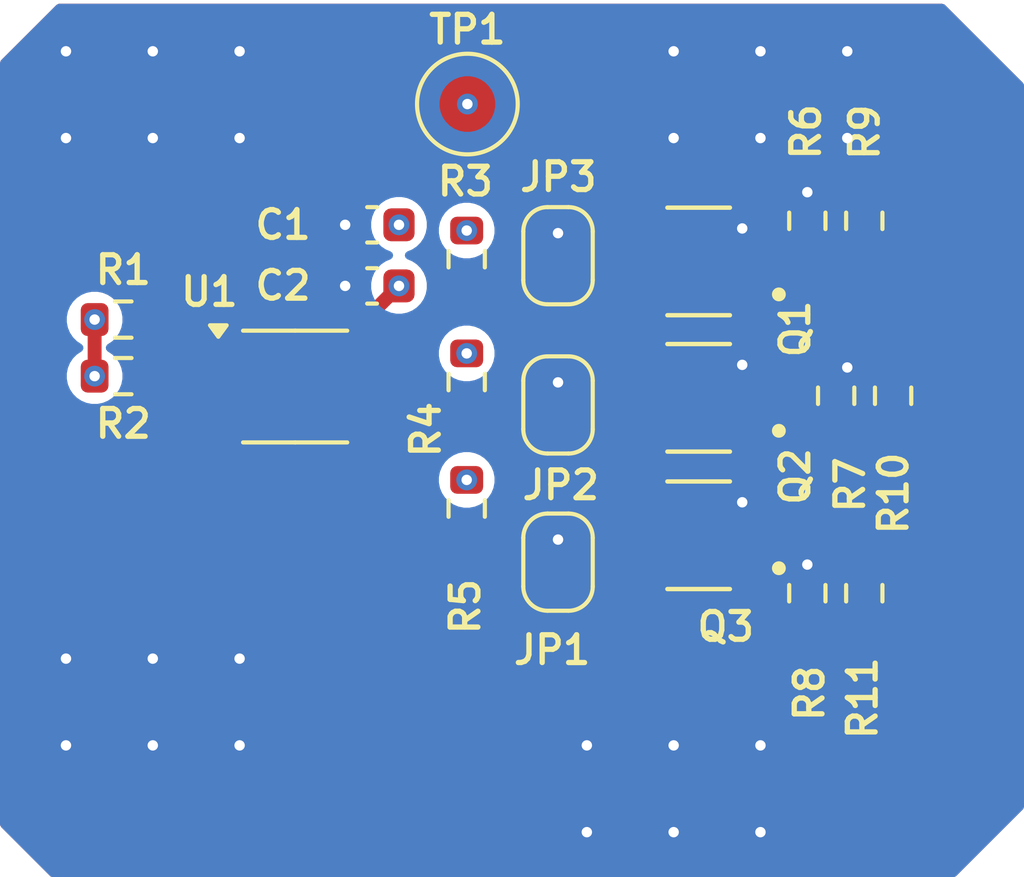
<source format=kicad_pcb>
(kicad_pcb (version 20241229) (generator "pcbnew") (generator_version "9.0")
  (layers (0 "F.Cu" signal) (4 "In1.Cu" signal) (6 "In2.Cu" signal) (2 "B.Cu" signal) (13 "F.Paste" user) (15 "B.Paste" user) (5 "F.SilkS" user "F.Silkscreen") (7 "B.SilkS" user "B.Silkscreen") (1 "F.Mask" user) (3 "B.Mask" user) (25 "Edge.Cuts" user))
  (net 0 "")
  (net 1 "/block_mcp9808/GND")
  (net 2 "/block_mcp9808/VCC")
  (net 3 "/block_mcp9808/A2")
  (net 4 "/block_mcp9808/A1")
  (net 5 "/block_mcp9808/A0")
  (net 6 "Net-(Q1-Pad1)")
  (net 7 "Net-(Q2-Pad1)")
  (net 8 "Net-(Q3-Pad1)")
  (net 9 "Net-(U1-SDA)")
  (net 10 "Net-(U1-SCL)")
  (net 11 "/block_mcp9808/A0_P")
  (net 12 "/block_mcp9808/A1_P")
  (net 13 "/block_mcp9808/A2_P")
  (net 14 "/block_mcp9808/Alert")
  (footprint "Jumper:SolderJumper-2_P1.3mm_Open_RoundedPad1.0x1.5mm" (layer "F.Cu") (at 134.17 82.69 -90)
    (property "Reference" "JP2" (at 2.31 -0.08 180) (layer "F.SilkS") (effects (font (size 0.8 0.8) (thickness 0.153) (bold yes))))
    (property "Value" "Jumper_2_Open")
    (fp_line (start 0.7 1) (end -0.7 1) (stroke (width 0.12)) (layer "F.SilkS"))
    (fp_line (start -1.4 0.3) (end -1.4 -0.3) (stroke (width 0.12)) (layer "F.SilkS"))
    (fp_line (start 1.4 -0.3) (end 1.4 0.3) (stroke (width 0.12)) (layer "F.SilkS"))
    (fp_line (start -0.7 -1) (end 0.7 -1) (stroke (width 0.12)) (layer "F.SilkS"))
    (fp_arc (start -0.7 1) (mid -1.194975 0.794975) (end -1.4 0.3) (stroke (width 0.12)) (layer "F.SilkS"))
    (fp_arc (start 1.4 0.3) (mid 1.194975 0.794975) (end 0.7 1) (stroke (width 0.12)) (layer "F.SilkS"))
    (fp_arc (start -1.4 -0.3) (mid -1.194975 -0.794975) (end -0.7 -1) (stroke (width 0.12)) (layer "F.SilkS"))
    (fp_arc (start 0.7 -1) (mid 1.194975 -0.794975) (end 1.4 -0.3) (stroke (width 0.12)) (layer "F.SilkS"))
    (pad "1" smd custom (at -0.65 0 270) (size 1 0.5) (layers "F.Cu" "F.Mask") (net 1 "/block_mcp9808/GND") (options (clearance outline) (anchor rect)) (primitives (gr_circle (center 0 0.25) (end 0.5 0.25) (width 0) (fill yes)) (gr_circle (center 0 -0.25) (end 0.5 -0.25) (width 0) (fill yes)) (gr_poly (pts (xy 0.5 0.75) (xy 0 0.75) (xy 0 -0.75) (xy 0.5 -0.75)) (width 0) (fill yes))))
    (pad "2" smd custom (at 0.65 0 270) (size 1 0.5) (layers "F.Cu" "F.Mask") (net 4 "/block_mcp9808/A1") (options (clearance outline) (anchor rect)) (primitives (gr_circle (center 0 0.25) (end 0.5 0.25) (width 0) (fill yes)) (gr_circle (center 0 -0.25) (end 0.5 -0.25) (width 0) (fill yes)) (gr_poly (pts (xy 0 0.75) (xy -0.5 0.75) (xy -0.5 -0.75) (xy 0 -0.75)) (width 0) (fill yes))))
  )
  (footprint "Resistor_SMD:R_0603_1608Metric" (layer "F.Cu") (at 121.65 80.23)
    (property "Reference" "R1" (at 0 -1.43 0) (layer "F.SilkS") (effects (font (size 0.8 0.8) (thickness 0.153) (bold yes))))
    (property "Value" "10k")
    (fp_line (start -0.237258 -0.5225) (end 0.237258 -0.5225) (stroke (width 0.12)) (layer "F.SilkS"))
    (fp_line (start -0.237258 0.5225) (end 0.237258 0.5225) (stroke (width 0.12)) (layer "F.SilkS"))
    (pad "1" smd roundrect (at -0.825 0) (size 0.8 0.95) (layers "F.Cu" "F.Mask" "F.Paste") (net 2 "/block_mcp9808/VCC"))
    (pad "2" smd roundrect (at 0.825 0) (size 0.8 0.95) (layers "F.Cu" "F.Mask" "F.Paste") (net 9 "Net-(U1-SDA)"))
  )
  (footprint "Capacitor_SMD:C_0603_1608Metric" (layer "F.Cu") (at 128.815 79.26 180)
    (property "Reference" "C2" (at 2.565 0.01 0) (layer "F.SilkS") (effects (font (size 0.8 0.8) (thickness 0.153) (bold yes))))
    (property "Value" "0.1uF")
    (fp_line (start -0.14058 0.51) (end 0.14058 0.51) (stroke (width 0.12)) (layer "F.SilkS"))
    (fp_line (start -0.14058 -0.51) (end 0.14058 -0.51) (stroke (width 0.12)) (layer "F.SilkS"))
    (pad "1" smd roundrect (at -0.775 0 180) (size 0.9 0.95) (layers "F.Cu" "F.Mask" "F.Paste") (net 2 "/block_mcp9808/VCC"))
    (pad "2" smd roundrect (at 0.775 0 180) (size 0.9 0.95) (layers "F.Cu" "F.Mask" "F.Paste") (net 1 "/block_mcp9808/GND"))
  )
  (footprint "AO3400A:SOT95P280X125-3N" (layer "F.Cu") (at 138.22 82.485 180)
    (property "Reference" "Q2" (at -2.78 -2.265 270) (layer "F.SilkS") (effects (font (size 0.8 0.8) (thickness 0.153) (bold yes))))
    (property "Value" "AO3400A")
    (fp_line (start 0.9 -1.55) (end -0.9 -1.55) (stroke (width 0.127)) (layer "F.SilkS"))
    (fp_line (start -0.9 1.55) (end 0.9 1.55) (stroke (width 0.127)) (layer "F.SilkS"))
    (fp_circle (center -2.31 -0.95) (end -2.21 -0.95) (stroke (width 0.2)) (fill no) (layer "F.SilkS"))
    (pad "1" smd roundrect (at -1.255 -0.95 180) (size 1.21 0.59) (layers "F.Cu" "F.Mask" "F.Paste") (net 7 "Net-(Q2-Pad1)"))
    (pad "2" smd roundrect (at -1.255 0.95 180) (size 1.21 0.59) (layers "F.Cu" "F.Mask" "F.Paste") (net 1 "/block_mcp9808/GND"))
    (pad "3" smd roundrect (at 1.255 0 180) (size 1.21 0.59) (layers "F.Cu" "F.Mask" "F.Paste") (net 4 "/block_mcp9808/A1"))
  )
  (footprint "Jumper:SolderJumper-2_P1.3mm_Open_RoundedPad1.0x1.5mm" (layer "F.Cu") (at 134.17 78.39 -90)
    (property "Reference" "JP3" (at -2.27 -0.01 180) (layer "F.SilkS") (effects (font (size 0.8 0.8) (thickness 0.153) (bold yes))))
    (property "Value" "Jumper_2_Open")
    (fp_line (start 0.7 1) (end -0.7 1) (stroke (width 0.12)) (layer "F.SilkS"))
    (fp_line (start -1.4 0.3) (end -1.4 -0.3) (stroke (width 0.12)) (layer "F.SilkS"))
    (fp_line (start 1.4 -0.3) (end 1.4 0.3) (stroke (width 0.12)) (layer "F.SilkS"))
    (fp_line (start -0.7 -1) (end 0.7 -1) (stroke (width 0.12)) (layer "F.SilkS"))
    (fp_arc (start -0.7 1) (mid -1.194975 0.794975) (end -1.4 0.3) (stroke (width 0.12)) (layer "F.SilkS"))
    (fp_arc (start 1.4 0.3) (mid 1.194975 0.794975) (end 0.7 1) (stroke (width 0.12)) (layer "F.SilkS"))
    (fp_arc (start -1.4 -0.3) (mid -1.194975 -0.794975) (end -0.7 -1) (stroke (width 0.12)) (layer "F.SilkS"))
    (fp_arc (start 0.7 -1) (mid 1.194975 -0.794975) (end 1.4 -0.3) (stroke (width 0.12)) (layer "F.SilkS"))
    (pad "1" smd custom (at -0.65 0 270) (size 1 0.5) (layers "F.Cu" "F.Mask") (net 1 "/block_mcp9808/GND") (options (clearance outline) (anchor rect)) (primitives (gr_circle (center 0 0.25) (end 0.5 0.25) (width 0) (fill yes)) (gr_circle (center 0 -0.25) (end 0.5 -0.25) (width 0) (fill yes)) (gr_poly (pts (xy 0.5 0.75) (xy 0 0.75) (xy 0 -0.75) (xy 0.5 -0.75)) (width 0) (fill yes))))
    (pad "2" smd custom (at 0.65 0 270) (size 1 0.5) (layers "F.Cu" "F.Mask") (net 5 "/block_mcp9808/A0") (options (clearance outline) (anchor rect)) (primitives (gr_circle (center 0 0.25) (end 0.5 0.25) (width 0) (fill yes)) (gr_circle (center 0 -0.25) (end 0.5 -0.25) (width 0) (fill yes)) (gr_poly (pts (xy 0 0.75) (xy -0.5 0.75) (xy -0.5 -0.75) (xy 0 -0.75)) (width 0) (fill yes))))
  )
  (footprint "Resistor_SMD:R_0603_1608Metric" (layer "F.Cu") (at 143.82 82.425 -90)
    (property "Reference" "R10" (at 2.815 -0.01 90) (layer "F.SilkS") (effects (font (size 0.8 0.8) (thickness 0.153) (bold yes))))
    (property "Value" "100")
    (fp_line (start -0.237258 0.5225) (end 0.237258 0.5225) (stroke (width 0.12)) (layer "F.SilkS"))
    (fp_line (start -0.237258 -0.5225) (end 0.237258 -0.5225) (stroke (width 0.12)) (layer "F.SilkS"))
    (pad "1" smd roundrect (at -0.825 0 270) (size 0.8 0.95) (layers "F.Cu" "F.Mask" "F.Paste") (net 12 "/block_mcp9808/A1_P"))
    (pad "2" smd roundrect (at 0.825 0 270) (size 0.8 0.95) (layers "F.Cu" "F.Mask" "F.Paste") (net 7 "Net-(Q2-Pad1)"))
  )
  (footprint "Resistor_SMD:R_0603_1608Metric" (layer "F.Cu") (at 142.99 77.385 -90)
    (property "Reference" "R9" (at -2.555 -0.01 90) (layer "F.SilkS") (effects (font (size 0.8 0.8) (thickness 0.153) (bold yes))))
    (property "Value" "100")
    (fp_line (start -0.237258 0.5225) (end 0.237258 0.5225) (stroke (width 0.12)) (layer "F.SilkS"))
    (fp_line (start -0.237258 -0.5225) (end 0.237258 -0.5225) (stroke (width 0.12)) (layer "F.SilkS"))
    (pad "1" smd roundrect (at -0.825 0 270) (size 0.8 0.95) (layers "F.Cu" "F.Mask" "F.Paste") (net 11 "/block_mcp9808/A0_P"))
    (pad "2" smd roundrect (at 0.825 0 270) (size 0.8 0.95) (layers "F.Cu" "F.Mask" "F.Paste") (net 6 "Net-(Q1-Pad1)"))
  )
  (footprint "Package_SO:MSOP-8_3x3mm_P0.65mm" (layer "F.Cu") (at 126.6 82.16)
    (property "Reference" "U1" (at -2.47 -2.73 0) (layer "F.SilkS") (effects (font (size 0.8 0.8) (thickness 0.153) (bold yes))))
    (property "Value" "MCP9808_MSOP")
    (fp_line (start 0 -1.61) (end -1.5 -1.61) (stroke (width 0.12)) (layer "F.SilkS"))
    (fp_line (start 0 -1.61) (end 1.5 -1.61) (stroke (width 0.12)) (layer "F.SilkS"))
    (fp_line (start 0 1.61) (end -1.5 1.61) (stroke (width 0.12)) (layer "F.SilkS"))
    (fp_line (start 0 1.61) (end 1.5 1.61) (stroke (width 0.12)) (layer "F.SilkS"))
    (fp_poly (pts (xy -2.2125 -1.435) (xy -2.4525 -1.765) (xy -1.9725 -1.765)) (stroke (width 0.12)) (fill yes) (layer "F.SilkS"))
    (pad "1" smd roundrect (at -2.1125 -0.975) (size 1.625 0.4) (layers "F.Cu" "F.Mask" "F.Paste") (net 9 "Net-(U1-SDA)"))
    (pad "2" smd roundrect (at -2.1125 -0.325) (size 1.625 0.4) (layers "F.Cu" "F.Mask" "F.Paste") (net 10 "Net-(U1-SCL)"))
    (pad "3" smd roundrect (at -2.1125 0.325) (size 1.625 0.4) (layers "F.Cu" "F.Mask" "F.Paste") (net 14 "/block_mcp9808/Alert"))
    (pad "4" smd roundrect (at -2.1125 0.975) (size 1.625 0.4) (layers "F.Cu" "F.Mask" "F.Paste") (net 1 "/block_mcp9808/GND"))
    (pad "5" smd roundrect (at 2.1125 0.975) (size 1.625 0.4) (layers "F.Cu" "F.Mask" "F.Paste") (net 3 "/block_mcp9808/A2"))
    (pad "6" smd roundrect (at 2.1125 0.325) (size 1.625 0.4) (layers "F.Cu" "F.Mask" "F.Paste") (net 4 "/block_mcp9808/A1"))
    (pad "7" smd roundrect (at 2.1125 -0.325) (size 1.625 0.4) (layers "F.Cu" "F.Mask" "F.Paste") (net 5 "/block_mcp9808/A0"))
    (pad "8" smd roundrect (at 2.1125 -0.975) (size 1.625 0.4) (layers "F.Cu" "F.Mask" "F.Paste") (net 2 "/block_mcp9808/VCC"))
  )
  (footprint "AO3400A:SOT95P280X125-3N" (layer "F.Cu") (at 138.22 78.555 180)
    (property "Reference" "Q1" (at -2.78 -1.945 90) (layer "F.SilkS") (effects (font (size 0.8 0.8) (thickness 0.153) (bold yes))))
    (property "Value" "AO3400A")
    (fp_line (start 0.9 -1.55) (end -0.9 -1.55) (stroke (width 0.127)) (layer "F.SilkS"))
    (fp_line (start -0.9 1.55) (end 0.9 1.55) (stroke (width 0.127)) (layer "F.SilkS"))
    (fp_circle (center -2.31 -0.95) (end -2.21 -0.95) (stroke (width 0.2)) (fill no) (layer "F.SilkS"))
    (pad "1" smd roundrect (at -1.255 -0.95 180) (size 1.21 0.59) (layers "F.Cu" "F.Mask" "F.Paste") (net 6 "Net-(Q1-Pad1)"))
    (pad "2" smd roundrect (at -1.255 0.95 180) (size 1.21 0.59) (layers "F.Cu" "F.Mask" "F.Paste") (net 1 "/block_mcp9808/GND"))
    (pad "3" smd roundrect (at 1.255 0 180) (size 1.21 0.59) (layers "F.Cu" "F.Mask" "F.Paste") (net 5 "/block_mcp9808/A0"))
  )
  (footprint "Resistor_SMD:R_0603_1608Metric" (layer "F.Cu") (at 131.54 85.675 -90)
    (property "Reference" "R5" (at 2.825 0.04 90) (layer "F.SilkS") (effects (font (size 0.8 0.8) (thickness 0.153) (bold yes))))
    (property "Value" "10k")
    (fp_line (start -0.237258 0.5225) (end 0.237258 0.5225) (stroke (width 0.12)) (layer "F.SilkS"))
    (fp_line (start -0.237258 -0.5225) (end 0.237258 -0.5225) (stroke (width 0.12)) (layer "F.SilkS"))
    (pad "1" smd roundrect (at -0.825 0 270) (size 0.8 0.95) (layers "F.Cu" "F.Mask" "F.Paste") (net 2 "/block_mcp9808/VCC"))
    (pad "2" smd roundrect (at 0.825 0 270) (size 0.8 0.95) (layers "F.Cu" "F.Mask" "F.Paste") (net 3 "/block_mcp9808/A2"))
  )
  (footprint "Resistor_SMD:R_0603_1608Metric" (layer "F.Cu") (at 121.65 81.86)
    (property "Reference" "R2" (at 0 1.37 0) (layer "F.SilkS") (effects (font (size 0.8 0.8) (thickness 0.153) (bold yes))))
    (property "Value" "10k")
    (fp_line (start -0.237258 -0.5225) (end 0.237258 -0.5225) (stroke (width 0.12)) (layer "F.SilkS"))
    (fp_line (start -0.237258 0.5225) (end 0.237258 0.5225) (stroke (width 0.12)) (layer "F.SilkS"))
    (pad "1" smd roundrect (at -0.825 0) (size 0.8 0.95) (layers "F.Cu" "F.Mask" "F.Paste") (net 2 "/block_mcp9808/VCC"))
    (pad "2" smd roundrect (at 0.825 0) (size 0.8 0.95) (layers "F.Cu" "F.Mask" "F.Paste") (net 10 "Net-(U1-SCL)"))
  )
  (footprint "Resistor_SMD:R_0603_1608Metric" (layer "F.Cu") (at 131.54 82.03 -90)
    (property "Reference" "R4" (at 1.37 1.18 270) (layer "F.SilkS") (effects (font (size 0.8 0.8) (thickness 0.153) (bold yes))))
    (property "Value" "10k")
    (fp_line (start -0.237258 0.5225) (end 0.237258 0.5225) (stroke (width 0.12)) (layer "F.SilkS"))
    (fp_line (start -0.237258 -0.5225) (end 0.237258 -0.5225) (stroke (width 0.12)) (layer "F.SilkS"))
    (pad "1" smd roundrect (at -0.825 0 270) (size 0.8 0.95) (layers "F.Cu" "F.Mask" "F.Paste") (net 2 "/block_mcp9808/VCC"))
    (pad "2" smd roundrect (at 0.825 0 270) (size 0.8 0.95) (layers "F.Cu" "F.Mask" "F.Paste") (net 4 "/block_mcp9808/A1"))
  )
  (footprint "AO3400A:SOT95P280X125-3N" (layer "F.Cu") (at 138.22 86.445 180)
    (property "Reference" "Q3" (at -0.78 -2.635 0) (layer "F.SilkS") (effects (font (size 0.8 0.8) (thickness 0.153) (bold yes))))
    (property "Value" "AO3400A")
    (fp_line (start 0.9 -1.55) (end -0.9 -1.55) (stroke (width 0.127)) (layer "F.SilkS"))
    (fp_line (start -0.9 1.55) (end 0.9 1.55) (stroke (width 0.127)) (layer "F.SilkS"))
    (fp_circle (center -2.31 -0.95) (end -2.21 -0.95) (stroke (width 0.2)) (fill no) (layer "F.SilkS"))
    (pad "1" smd roundrect (at -1.255 -0.95 180) (size 1.21 0.59) (layers "F.Cu" "F.Mask" "F.Paste") (net 8 "Net-(Q3-Pad1)"))
    (pad "2" smd roundrect (at -1.255 0.95 180) (size 1.21 0.59) (layers "F.Cu" "F.Mask" "F.Paste") (net 1 "/block_mcp9808/GND"))
    (pad "3" smd roundrect (at 1.255 0 180) (size 1.21 0.59) (layers "F.Cu" "F.Mask" "F.Paste") (net 3 "/block_mcp9808/A2"))
  )
  (footprint "Resistor_SMD:R_0603_1608Metric" (layer "F.Cu") (at 141.35 77.385 90)
    (property "Reference" "R6" (at 2.565 -0.04 90) (layer "F.SilkS") (effects (font (size 0.8 0.8) (thickness 0.153) (bold yes))))
    (property "Value" "10k")
    (fp_line (start -0.237258 -0.5225) (end 0.237258 -0.5225) (stroke (width 0.12)) (layer "F.SilkS"))
    (fp_line (start -0.237258 0.5225) (end 0.237258 0.5225) (stroke (width 0.12)) (layer "F.SilkS"))
    (pad "1" smd roundrect (at -0.825 0 90) (size 0.8 0.95) (layers "F.Cu" "F.Mask" "F.Paste") (net 6 "Net-(Q1-Pad1)"))
    (pad "2" smd roundrect (at 0.825 0 90) (size 0.8 0.95) (layers "F.Cu" "F.Mask" "F.Paste") (net 1 "/block_mcp9808/GND"))
  )
  (footprint "Jumper:SolderJumper-2_P1.3mm_Open_RoundedPad1.0x1.5mm" (layer "F.Cu") (at 134.17 87.22 -90)
    (property "Reference" "JP1" (at 2.53 0.17 180) (layer "F.SilkS") (effects (font (size 0.8 0.8) (thickness 0.153) (bold yes))))
    (property "Value" "Jumper_2_Open")
    (fp_line (start 0.7 1) (end -0.7 1) (stroke (width 0.12)) (layer "F.SilkS"))
    (fp_line (start -1.4 0.3) (end -1.4 -0.3) (stroke (width 0.12)) (layer "F.SilkS"))
    (fp_line (start 1.4 -0.3) (end 1.4 0.3) (stroke (width 0.12)) (layer "F.SilkS"))
    (fp_line (start -0.7 -1) (end 0.7 -1) (stroke (width 0.12)) (layer "F.SilkS"))
    (fp_arc (start -0.7 1) (mid -1.194975 0.794975) (end -1.4 0.3) (stroke (width 0.12)) (layer "F.SilkS"))
    (fp_arc (start 1.4 0.3) (mid 1.194975 0.794975) (end 0.7 1) (stroke (width 0.12)) (layer "F.SilkS"))
    (fp_arc (start -1.4 -0.3) (mid -1.194975 -0.794975) (end -0.7 -1) (stroke (width 0.12)) (layer "F.SilkS"))
    (fp_arc (start 0.7 -1) (mid 1.194975 -0.794975) (end 1.4 -0.3) (stroke (width 0.12)) (layer "F.SilkS"))
    (pad "1" smd custom (at -0.65 0 270) (size 1 0.5) (layers "F.Cu" "F.Mask") (net 1 "/block_mcp9808/GND") (options (clearance outline) (anchor rect)) (primitives (gr_circle (center 0 0.25) (end 0.5 0.25) (width 0) (fill yes)) (gr_circle (center 0 -0.25) (end 0.5 -0.25) (width 0) (fill yes)) (gr_poly (pts (xy 0.5 0.75) (xy 0 0.75) (xy 0 -0.75) (xy 0.5 -0.75)) (width 0) (fill yes))))
    (pad "2" smd custom (at 0.65 0 270) (size 1 0.5) (layers "F.Cu" "F.Mask") (net 3 "/block_mcp9808/A2") (options (clearance outline) (anchor rect)) (primitives (gr_circle (center 0 0.25) (end 0.5 0.25) (width 0) (fill yes)) (gr_circle (center 0 -0.25) (end 0.5 -0.25) (width 0) (fill yes)) (gr_poly (pts (xy 0 0.75) (xy -0.5 0.75) (xy -0.5 -0.75) (xy 0 -0.75)) (width 0) (fill yes))))
  )
  (footprint "Capacitor_SMD:C_0603_1608Metric" (layer "F.Cu") (at 128.815 77.5 180)
    (property "Reference" "C1" (at 2.565 0 0) (layer "F.SilkS") (effects (font (size 0.8 0.8) (thickness 0.153) (bold yes))))
    (property "Value" "10uF")
    (fp_line (start -0.14058 0.51) (end 0.14058 0.51) (stroke (width 0.12)) (layer "F.SilkS"))
    (fp_line (start -0.14058 -0.51) (end 0.14058 -0.51) (stroke (width 0.12)) (layer "F.SilkS"))
    (pad "1" smd roundrect (at -0.775 0 180) (size 0.9 0.95) (layers "F.Cu" "F.Mask" "F.Paste") (net 2 "/block_mcp9808/VCC"))
    (pad "2" smd roundrect (at 0.775 0 180) (size 0.9 0.95) (layers "F.Cu" "F.Mask" "F.Paste") (net 1 "/block_mcp9808/GND"))
  )
  (footprint "TestPoint:TestPoint_Pad_D2.5mm" (layer "F.Cu") (at 131.56 74.02)
    (property "Reference" "TP1" (at 0 -2.148 0) (layer "F.SilkS") (effects (font (size 0.8 0.8) (thickness 0.153) (bold yes))))
    (property "Value" "TestPoint")
    (fp_circle (center 0 0) (end 0 1.45) (stroke (width 0.12)) (fill no) (layer "F.SilkS"))
    (pad "1" smd circle (at 0 0) (size 2.5 2.5) (layers "F.Cu" "F.Mask") (net 2 "/block_mcp9808/VCC"))
  )
  (footprint "Resistor_SMD:R_0603_1608Metric" (layer "F.Cu") (at 131.54 78.49 -90)
    (property "Reference" "R3" (at -2.24 0.04 180) (layer "F.SilkS") (effects (font (size 0.8 0.8) (thickness 0.153) (bold yes))))
    (property "Value" "10k")
    (fp_line (start -0.237258 0.5225) (end 0.237258 0.5225) (stroke (width 0.12)) (layer "F.SilkS"))
    (fp_line (start -0.237258 -0.5225) (end 0.237258 -0.5225) (stroke (width 0.12)) (layer "F.SilkS"))
    (pad "1" smd roundrect (at -0.825 0 270) (size 0.8 0.95) (layers "F.Cu" "F.Mask" "F.Paste") (net 2 "/block_mcp9808/VCC"))
    (pad "2" smd roundrect (at 0.825 0 270) (size 0.8 0.95) (layers "F.Cu" "F.Mask" "F.Paste") (net 5 "/block_mcp9808/A0"))
  )
  (footprint "Resistor_SMD:R_0603_1608Metric" (layer "F.Cu") (at 141.35 88.115 90)
    (property "Reference" "R8" (at -2.885 0.06 90) (layer "F.SilkS") (effects (font (size 0.8 0.8) (thickness 0.153) (bold yes))))
    (property "Value" "10k")
    (fp_line (start -0.237258 -0.5225) (end 0.237258 -0.5225) (stroke (width 0.12)) (layer "F.SilkS"))
    (fp_line (start -0.237258 0.5225) (end 0.237258 0.5225) (stroke (width 0.12)) (layer "F.SilkS"))
    (pad "1" smd roundrect (at -0.825 0 90) (size 0.8 0.95) (layers "F.Cu" "F.Mask" "F.Paste") (net 8 "Net-(Q3-Pad1)"))
    (pad "2" smd roundrect (at 0.825 0 90) (size 0.8 0.95) (layers "F.Cu" "F.Mask" "F.Paste") (net 1 "/block_mcp9808/GND"))
  )
  (footprint "Resistor_SMD:R_0603_1608Metric" (layer "F.Cu") (at 142.99 88.115 -90)
    (property "Reference" "R11" (at 3.025 0.05 90) (layer "F.SilkS") (effects (font (size 0.8 0.8) (thickness 0.153) (bold yes))))
    (property "Value" "100")
    (fp_line (start -0.237258 0.5225) (end 0.237258 0.5225) (stroke (width 0.12)) (layer "F.SilkS"))
    (fp_line (start -0.237258 -0.5225) (end 0.237258 -0.5225) (stroke (width 0.12)) (layer "F.SilkS"))
    (pad "1" smd roundrect (at -0.825 0 270) (size 0.8 0.95) (layers "F.Cu" "F.Mask" "F.Paste") (net 13 "/block_mcp9808/A2_P"))
    (pad "2" smd roundrect (at 0.825 0 270) (size 0.8 0.95) (layers "F.Cu" "F.Mask" "F.Paste") (net 8 "Net-(Q3-Pad1)"))
  )
  (footprint "Resistor_SMD:R_0603_1608Metric" (layer "F.Cu") (at 142.18 82.425 90)
    (property "Reference" "R7" (at -2.565 0.4 90) (layer "F.SilkS") (effects (font (size 0.8 0.8) (thickness 0.153) (bold yes))))
    (property "Value" "10k")
    (fp_line (start -0.237258 -0.5225) (end 0.237258 -0.5225) (stroke (width 0.12)) (layer "F.SilkS"))
    (fp_line (start -0.237258 0.5225) (end 0.237258 0.5225) (stroke (width 0.12)) (layer "F.SilkS"))
    (pad "1" smd roundrect (at -0.825 0 90) (size 0.8 0.95) (layers "F.Cu" "F.Mask" "F.Paste") (net 7 "Net-(Q2-Pad1)"))
    (pad "2" smd roundrect (at 0.825 0 90) (size 0.8 0.95) (layers "F.Cu" "F.Mask" "F.Paste") (net 1 "/block_mcp9808/GND"))
  )
  (via (at 120 90) (size 0.6) (drill 0.3) (layers "F.Cu" "B.Cu") (net 1))
  (via (at 128.04 79.26) (size 0.6) (drill 0.3) (layers "F.Cu" "B.Cu") (net 1))
  (via (at 140 75) (size 0.6) (drill 0.3) (layers "F.Cu" "B.Cu") (net 1))
  (via (at 142.5 75) (size 0.6) (drill 0.3) (layers "F.Cu" "B.Cu") (net 1))
  (via (at 125 90) (size 0.6) (drill 0.3) (layers "F.Cu" "B.Cu") (net 1))
  (via (at 141.35 87.29) (size 0.6) (drill 0.3) (layers "F.Cu" "B.Cu") (net 1))
  (via (at 122.5 72.5) (size 0.6) (drill 0.3) (layers "F.Cu" "B.Cu") (net 1))
  (via (at 134.17 86.57) (size 0.6) (drill 0.3) (layers "F.Cu" "B.Cu") (net 1))
  (via (at 134.17 82.04) (size 0.6) (drill 0.3) (layers "F.Cu" "B.Cu") (net 1))
  (via (at 140 92.5) (size 0.6) (drill 0.3) (layers "F.Cu" "B.Cu") (net 1))
  (via (at 120 75) (size 0.6) (drill 0.3) (layers "F.Cu" "B.Cu") (net 1))
  (via (at 137.5 92.5) (size 0.6) (drill 0.3) (layers "F.Cu" "B.Cu") (net 1))
  (via (at 137.5 95) (size 0.6) (drill 0.3) (layers "F.Cu" "B.Cu") (net 1))
  (via (at 120 92.5) (size 0.6) (drill 0.3) (layers "F.Cu" "B.Cu") (net 1))
  (via (at 125 92.5) (size 0.6) (drill 0.3) (layers "F.Cu" "B.Cu") (net 1))
  (via (at 139.475 85.495) (size 0.6) (drill 0.3) (layers "F.Cu" "B.Cu") (net 1))
  (via (at 125 75) (size 0.6) (drill 0.3) (layers "F.Cu" "B.Cu") (net 1))
  (via (at 140 72.5) (size 0.6) (drill 0.3) (layers "F.Cu" "B.Cu") (net 1))
  (via (at 122.5 92.5) (size 0.6) (drill 0.3) (layers "F.Cu" "B.Cu") (net 1))
  (via (at 137.5 75) (size 0.6) (drill 0.3) (layers "F.Cu" "B.Cu") (net 1))
  (via (at 122.5 75) (size 0.6) (drill 0.3) (layers "F.Cu" "B.Cu") (net 1))
  (via (at 137.5 72.5) (size 0.6) (drill 0.3) (layers "F.Cu" "B.Cu") (net 1))
  (via (at 134.17 77.74) (size 0.6) (drill 0.3) (layers "F.Cu" "B.Cu") (net 1))
  (via (at 139.475 81.535) (size 0.6) (drill 0.3) (layers "F.Cu" "B.Cu") (net 1))
  (via (at 142.5 81.61) (size 0.6) (drill 0.3) (layers "F.Cu" "B.Cu") (net 1))
  (via (at 120 72.5) (size 0.6) (drill 0.3) (layers "F.Cu" "B.Cu") (net 1))
  (via (at 122.5 90) (size 0.6) (drill 0.3) (layers "F.Cu" "B.Cu") (net 1))
  (via (at 135 95) (size 0.6) (drill 0.3) (layers "F.Cu" "B.Cu") (net 1))
  (via (at 125 72.5) (size 0.6) (drill 0.3) (layers "F.Cu" "B.Cu") (net 1))
  (via (at 135 92.5) (size 0.6) (drill 0.3) (layers "F.Cu" "B.Cu") (net 1))
  (via (at 140 95) (size 0.6) (drill 0.3) (layers "F.Cu" "B.Cu") (net 1))
  (via (at 141.35 76.56) (size 0.6) (drill 0.3) (layers "F.Cu" "B.Cu") (net 1))
  (via (at 139.475 77.605) (size 0.6) (drill 0.3) (layers "F.Cu" "B.Cu") (net 1))
  (via (at 128.04 77.5) (size 0.6) (drill 0.3) (layers "F.Cu" "B.Cu") (net 1))
  (via (at 142.5 72.5) (size 0.6) (drill 0.3) (layers "F.Cu" "B.Cu") (net 1))
  (segment (start 128.7125 81.185) (end 128.7125 80.1375) (width 0.4) (layer "F.Cu") (net 2))
  (segment (start 128.7125 80.1375) (end 129.59 79.26) (width 0.4) (layer "F.Cu") (net 2))
  (segment (start 120.825 80.23) (end 120.825 81.86) (width 0.4) (layer "F.Cu") (net 2))
  (via (at 131.54 81.205) (size 0.6) (drill 0.3) (layers "F.Cu" "B.Cu") (net 2))
  (via (at 129.59 79.26) (size 0.6) (drill 0.3) (layers "F.Cu" "B.Cu") (net 2))
  (via (at 131.54 77.665) (size 0.6) (drill 0.3) (layers "F.Cu" "B.Cu") (net 2))
  (via (at 131.56 74.02) (size 0.6) (drill 0.3) (layers "F.Cu" "B.Cu") (net 2))
  (via (at 129.59 77.5) (size 0.6) (drill 0.3) (layers "F.Cu" "B.Cu") (net 2))
  (via (at 131.54 84.85) (size 0.6) (drill 0.3) (layers "F.Cu" "B.Cu") (net 2))
  (via (at 120.825 80.23) (size 0.6) (drill 0.3) (layers "F.Cu" "B.Cu") (net 2))
  (via (at 120.825 81.86) (size 0.6) (drill 0.3) (layers "F.Cu" "B.Cu") (net 2))
  (segment (start 128.7125 83.135) (end 128.7125 85.9325) (width 0.4) (layer "F.Cu") (net 3))
  (segment (start 131.54 86.5) (end 132.19 86.5) (width 0.4) (layer "F.Cu") (net 3))
  (segment (start 128.7125 85.9325) (end 129.28 86.5) (width 0.4) (layer "F.Cu") (net 3))
  (segment (start 136.965 87.425) (end 136.965 86.445) (width 0.4) (layer "F.Cu") (net 3))
  (segment (start 129.28 86.5) (end 131.54 86.5) (width 0.4) (layer "F.Cu") (net 3))
  (segment (start 132.19 86.5) (end 133.56 87.87) (width 0.4) (layer "F.Cu") (net 3))
  (segment (start 134.17 87.87) (end 136.52 87.87) (width 0.4) (layer "F.Cu") (net 3))
  (segment (start 136.52 87.87) (end 136.965 87.425) (width 0.4) (layer "F.Cu") (net 3))
  (segment (start 133.56 87.87) (end 134.17 87.87) (width 0.4) (layer "F.Cu") (net 3))
  (segment (start 131.54 82.855) (end 131.685 83) (width 0.4) (layer "F.Cu") (net 4))
  (segment (start 134.17 83.34) (end 136.72 83.34) (width 0.4) (layer "F.Cu") (net 4))
  (segment (start 131.17 82.485) (end 131.54 82.855) (width 0.4) (layer "F.Cu") (net 4))
  (segment (start 136.72 83.34) (end 136.965 83.095) (width 0.4) (layer "F.Cu") (net 4))
  (segment (start 128.7125 82.485) (end 131.17 82.485) (width 0.4) (layer "F.Cu") (net 4))
  (segment (start 131.685 83) (end 133.83 83) (width 0.4) (layer "F.Cu") (net 4))
  (segment (start 136.965 83.095) (end 136.965 82.485) (width 0.4) (layer "F.Cu") (net 4))
  (segment (start 133.83 83) (end 134.17 83.34) (width 0.4) (layer "F.Cu") (net 4))
  (segment (start 128.7125 81.835) (end 129.705 81.835) (width 0.4) (layer "F.Cu") (net 5))
  (segment (start 130.945 79.315) (end 131.54 79.315) (width 0.4) (layer "F.Cu") (net 5))
  (segment (start 129.705 81.835) (end 130.56 80.98) (width 0.4) (layer "F.Cu") (net 5))
  (segment (start 136.67 79.29) (end 136.965 78.995) (width 0.4) (layer "F.Cu") (net 5))
  (segment (start 130.56 80.98) (end 130.56 79.7) (width 0.4) (layer "F.Cu") (net 5))
  (segment (start 130.56 79.7) (end 130.945 79.315) (width 0.4) (layer "F.Cu") (net 5))
  (segment (start 133.895 79.315) (end 134.17 79.04) (width 0.4) (layer "F.Cu") (net 5))
  (segment (start 134.17 79.04) (end 134.42 79.29) (width 0.4) (layer "F.Cu") (net 5))
  (segment (start 136.965 78.995) (end 136.965 78.555) (width 0.4) (layer "F.Cu") (net 5))
  (segment (start 131.54 79.315) (end 133.895 79.315) (width 0.4) (layer "F.Cu") (net 5))
  (segment (start 134.42 79.29) (end 136.67 79.29) (width 0.4) (layer "F.Cu") (net 5))
  (segment (start 141.35 79.15) (end 141.35 78.21) (width 0.4) (layer "F.Cu") (net 6))
  (segment (start 139.475 79.505) (end 140.995 79.505) (width 0.4) (layer "F.Cu") (net 6))
  (segment (start 141.35 78.21) (end 142.99 78.21) (width 0.4) (layer "F.Cu") (net 6))
  (segment (start 140.995 79.505) (end 141.35 79.15) (width 0.4) (layer "F.Cu") (net 6))
  (segment (start 142.18 83.25) (end 143.82 83.25) (width 0.4) (layer "F.Cu") (net 7))
  (segment (start 139.475 83.435) (end 141.995 83.435) (width 0.4) (layer "F.Cu") (net 7))
  (segment (start 142.325 83.435) (end 142.5 83.26) (width 0.4) (layer "F.Cu") (net 7))
  (segment (start 141.995 83.435) (end 142.18 83.25) (width 0.4) (layer "F.Cu") (net 7))
  (segment (start 139.94 88.94) (end 141.35 88.94) (width 0.4) (layer "F.Cu") (net 8))
  (segment (start 139.475 88.475) (end 139.94 88.94) (width 0.4) (layer "F.Cu") (net 8))
  (segment (start 141.52 88.94) (end 143.16 88.94) (width 0.4) (layer "F.Cu") (net 8))
  (segment (start 141.335 89.125) (end 141.52 88.94) (width 0.4) (layer "F.Cu") (net 8))
  (segment (start 139.475 87.395) (end 139.475 88.475) (width 0.4) (layer "F.Cu") (net 8))
  (segment (start 124.4875 81.185) (end 123.43 81.185) (width 0.4) (layer "F.Cu") (net 9))
  (segment (start 123.43 81.185) (end 122.475 80.23) (width 0.4) (layer "F.Cu") (net 9))
  (segment (start 124.4875 81.835) (end 122.5 81.835) (width 0.4) (layer "F.Cu") (net 10))
  (segment (start 122.5 81.835) (end 122.475 81.86) (width 0.4) (layer "F.Cu") (net 10))
  (zone (net 1) (net_name "/block_mcp9808/GND") (layers "F.Cu" "B.Cu" "In1.Cu" "In2.Cu") (name "TBR") (connect_pads yes (clearance 0.5)) (min_thickness 0.25) (fill yes (thermal_gap 0.5) (thermal_bridge_width 0.5))
    (polygon (pts (xy 118.1 72.79) (xy 119.76 71.13) (xy 145.28 71.13) (xy 147.59 73.44) (xy 147.59 94.31) (xy 145.6 96.3) (xy 119.58 96.3) (xy 118.1 94.82)))
  )
)
</source>
